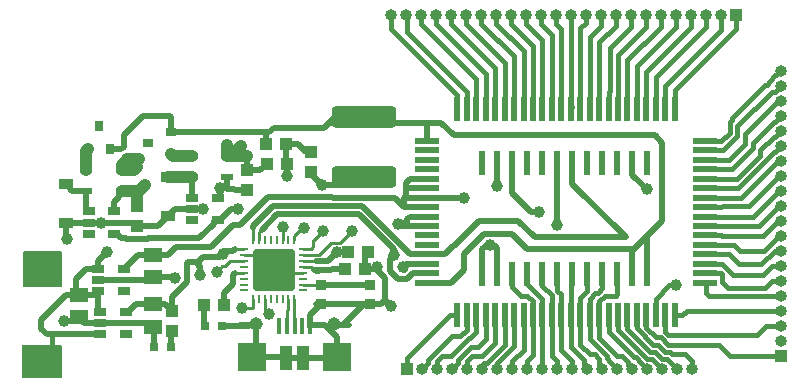
<source format=gbr>
G04 #@! TF.GenerationSoftware,KiCad,Pcbnew,9.0.1*
G04 #@! TF.CreationDate,2025-08-14T12:18:43-07:00*
G04 #@! TF.ProjectId,EL_PSU,454c5f50-5355-42e6-9b69-6361645f7063,rev?*
G04 #@! TF.SameCoordinates,Original*
G04 #@! TF.FileFunction,Copper,L1,Top*
G04 #@! TF.FilePolarity,Positive*
%FSLAX46Y46*%
G04 Gerber Fmt 4.6, Leading zero omitted, Abs format (unit mm)*
G04 Created by KiCad (PCBNEW 9.0.1) date 2025-08-14 12:18:43*
%MOMM*%
%LPD*%
G01*
G04 APERTURE LIST*
G04 Aperture macros list*
%AMRoundRect*
0 Rectangle with rounded corners*
0 $1 Rounding radius*
0 $2 $3 $4 $5 $6 $7 $8 $9 X,Y pos of 4 corners*
0 Add a 4 corners polygon primitive as box body*
4,1,4,$2,$3,$4,$5,$6,$7,$8,$9,$2,$3,0*
0 Add four circle primitives for the rounded corners*
1,1,$1+$1,$2,$3*
1,1,$1+$1,$4,$5*
1,1,$1+$1,$6,$7*
1,1,$1+$1,$8,$9*
0 Add four rect primitives between the rounded corners*
20,1,$1+$1,$2,$3,$4,$5,0*
20,1,$1+$1,$4,$5,$6,$7,0*
20,1,$1+$1,$6,$7,$8,$9,0*
20,1,$1+$1,$8,$9,$2,$3,0*%
G04 Aperture macros list end*
G04 #@! TA.AperFunction,SMDPad,CuDef*
%ADD10R,1.500000X1.240000*%
G04 #@! TD*
G04 #@! TA.AperFunction,SMDPad,CuDef*
%ADD11R,1.000000X2.000000*%
G04 #@! TD*
G04 #@! TA.AperFunction,SMDPad,CuDef*
%ADD12R,0.400000X1.350000*%
G04 #@! TD*
G04 #@! TA.AperFunction,ComponentPad*
%ADD13C,1.143000*%
G04 #@! TD*
G04 #@! TA.AperFunction,ComponentPad*
%ADD14R,2.413000X2.413000*%
G04 #@! TD*
G04 #@! TA.AperFunction,SMDPad,CuDef*
%ADD15R,0.900000X0.900000*%
G04 #@! TD*
G04 #@! TA.AperFunction,SMDPad,CuDef*
%ADD16R,0.250000X0.800000*%
G04 #@! TD*
G04 #@! TA.AperFunction,SMDPad,CuDef*
%ADD17R,0.800000X0.250000*%
G04 #@! TD*
G04 #@! TA.AperFunction,SMDPad,CuDef*
%ADD18RoundRect,0.175000X-1.575000X1.575000X-1.575000X-1.575000X1.575000X-1.575000X1.575000X1.575000X0*%
G04 #@! TD*
G04 #@! TA.AperFunction,SMDPad,CuDef*
%ADD19R,1.075000X1.000000*%
G04 #@! TD*
G04 #@! TA.AperFunction,SMDPad,CuDef*
%ADD20R,0.800000X0.800000*%
G04 #@! TD*
G04 #@! TA.AperFunction,SMDPad,CuDef*
%ADD21R,1.000000X1.075000*%
G04 #@! TD*
G04 #@! TA.AperFunction,SMDPad,CuDef*
%ADD22R,1.060000X0.650000*%
G04 #@! TD*
G04 #@! TA.AperFunction,SMDPad,CuDef*
%ADD23R,1.200000X0.900000*%
G04 #@! TD*
G04 #@! TA.AperFunction,SMDPad,CuDef*
%ADD24R,1.000000X0.550000*%
G04 #@! TD*
G04 #@! TA.AperFunction,SMDPad,CuDef*
%ADD25RoundRect,0.250000X2.450000X-0.650000X2.450000X0.650000X-2.450000X0.650000X-2.450000X-0.650000X0*%
G04 #@! TD*
G04 #@! TA.AperFunction,SMDPad,CuDef*
%ADD26R,0.600000X2.000000*%
G04 #@! TD*
G04 #@! TA.AperFunction,SMDPad,CuDef*
%ADD27R,0.900000X0.800000*%
G04 #@! TD*
G04 #@! TA.AperFunction,SMDPad,CuDef*
%ADD28R,0.800000X0.900000*%
G04 #@! TD*
G04 #@! TA.AperFunction,ComponentPad*
%ADD29R,1.000000X1.000000*%
G04 #@! TD*
G04 #@! TA.AperFunction,ComponentPad*
%ADD30O,1.000000X1.000000*%
G04 #@! TD*
G04 #@! TA.AperFunction,SMDPad,CuDef*
%ADD31R,0.500000X2.000000*%
G04 #@! TD*
G04 #@! TA.AperFunction,SMDPad,CuDef*
%ADD32R,2.000000X0.500000*%
G04 #@! TD*
G04 #@! TA.AperFunction,SMDPad,CuDef*
%ADD33C,1.000000*%
G04 #@! TD*
G04 #@! TA.AperFunction,ViaPad*
%ADD34C,1.000000*%
G04 #@! TD*
G04 #@! TA.AperFunction,Conductor*
%ADD35C,1.000000*%
G04 #@! TD*
G04 #@! TA.AperFunction,Conductor*
%ADD36C,0.500000*%
G04 #@! TD*
G04 #@! TA.AperFunction,Conductor*
%ADD37C,0.250000*%
G04 #@! TD*
G04 #@! TA.AperFunction,Conductor*
%ADD38C,0.400000*%
G04 #@! TD*
G04 APERTURE END LIST*
D10*
X132200000Y-99650000D03*
X132200000Y-101550000D03*
X125857000Y-98850000D03*
X125857000Y-100750000D03*
D11*
X143395000Y-104235000D03*
X144895000Y-104235000D03*
D12*
X144145000Y-101460000D03*
X143495000Y-101460000D03*
X145445000Y-101460000D03*
X144795000Y-101460000D03*
D13*
X140845000Y-101335000D03*
X147445000Y-101335000D03*
D14*
X140545000Y-104135000D03*
X147745000Y-104135000D03*
D12*
X142845000Y-101460000D03*
D15*
X150513000Y-98000000D03*
X146413000Y-98000000D03*
X150513000Y-99600000D03*
X146413000Y-99600000D03*
D16*
X144131000Y-94227000D03*
X143631000Y-94227000D03*
X143131000Y-94227000D03*
X142631000Y-94227000D03*
X142131000Y-94227000D03*
X141631000Y-94227000D03*
X141131000Y-94227000D03*
X140631000Y-94227000D03*
D17*
X139881000Y-94977000D03*
X139881000Y-95477000D03*
X139881000Y-95977000D03*
X139881000Y-96477000D03*
X139881000Y-96977000D03*
X139881000Y-97477000D03*
X139881000Y-97977000D03*
X139881000Y-98477000D03*
D16*
X140631000Y-99227000D03*
X141131000Y-99227000D03*
X141631000Y-99227000D03*
X142131000Y-99227000D03*
X142631000Y-99227000D03*
X143131000Y-99227000D03*
X143631000Y-99227000D03*
X144131000Y-99227000D03*
D17*
X144881000Y-98477000D03*
X144881000Y-97977000D03*
X144881000Y-97477000D03*
X144881000Y-96977000D03*
X144881000Y-96477000D03*
X144881000Y-95977000D03*
X144881000Y-95477000D03*
X144881000Y-94977000D03*
D18*
X142381000Y-96727000D03*
D19*
X148375000Y-96647000D03*
X150075000Y-96647000D03*
D20*
X136525000Y-101473000D03*
X138025000Y-101473000D03*
D19*
X136437000Y-99695000D03*
X138137000Y-99695000D03*
D21*
X133731000Y-101942000D03*
X133731000Y-100242000D03*
D22*
X135425000Y-90617000D03*
X135425000Y-91567000D03*
X135425000Y-92517000D03*
X137625000Y-92517000D03*
X137625000Y-90617000D03*
D23*
X133450000Y-92150000D03*
X133450000Y-88850000D03*
D24*
X135450000Y-88875000D03*
X135450000Y-87125000D03*
X138450000Y-87125000D03*
X138450000Y-88875000D03*
D25*
X149987000Y-88910000D03*
X149987000Y-83810000D03*
D21*
X140081000Y-88304000D03*
X140081000Y-90004000D03*
D19*
X143471000Y-87757000D03*
X141771000Y-87757000D03*
X143400000Y-86106000D03*
X141700000Y-86106000D03*
D21*
X145542000Y-88480000D03*
X145542000Y-86780000D03*
D10*
X132200000Y-95450000D03*
X132200000Y-97350000D03*
D26*
X174012871Y-87683492D03*
X172742871Y-87683492D03*
X171472871Y-87683492D03*
X170202871Y-87683492D03*
X168932871Y-87683492D03*
X167662871Y-87683492D03*
X166392871Y-87683492D03*
X165122871Y-87683492D03*
X163852871Y-87683492D03*
X162582871Y-87683492D03*
X161312871Y-87683492D03*
X160042871Y-87683492D03*
X160042871Y-97083492D03*
X161312871Y-97083492D03*
X162582871Y-97083492D03*
X163852871Y-97083492D03*
X165122871Y-97083492D03*
X166392871Y-97083492D03*
X167662871Y-97083492D03*
X168932871Y-97083492D03*
X170202871Y-97083492D03*
X171472871Y-97083492D03*
X172742871Y-97083492D03*
X174012871Y-97083492D03*
D22*
X127650000Y-100300000D03*
X127650000Y-101250000D03*
X127650000Y-102200000D03*
X129850000Y-102200000D03*
X129850000Y-100300000D03*
X127500000Y-96650000D03*
X127500000Y-97600000D03*
X127500000Y-98550000D03*
X129700000Y-98550000D03*
X129700000Y-96650000D03*
D27*
X133700000Y-86950000D03*
X133700000Y-85050000D03*
X131700000Y-86000000D03*
D21*
X130810000Y-93052000D03*
X130810000Y-91352000D03*
D23*
X124800000Y-92790000D03*
X124800000Y-89490000D03*
D28*
X126650000Y-86540000D03*
X128550000Y-86540000D03*
X127600000Y-84540000D03*
D24*
X126500000Y-90015000D03*
X126500000Y-88265000D03*
X129500000Y-88265000D03*
X129500000Y-90015000D03*
D22*
X126700000Y-91790000D03*
X126700000Y-92740000D03*
X126700000Y-93690000D03*
X128900000Y-93690000D03*
X128900000Y-91790000D03*
D20*
X133719000Y-103251000D03*
X132219000Y-103251000D03*
D19*
X148629000Y-95250000D03*
X150329000Y-95250000D03*
D29*
X185293000Y-104013000D03*
D30*
X185293000Y-102743000D03*
X185293000Y-101473000D03*
X185293000Y-100203000D03*
X185293000Y-98933000D03*
X185293000Y-97663000D03*
X185293000Y-96393000D03*
X185293000Y-95123000D03*
X185293000Y-93853000D03*
X185293000Y-92583000D03*
X185293000Y-91313000D03*
X185293000Y-90043000D03*
X185293000Y-88773000D03*
X185293000Y-87503000D03*
X185293000Y-86233000D03*
X185293000Y-84963000D03*
X185293000Y-83693000D03*
X185293000Y-82423000D03*
X185293000Y-81153000D03*
X185293000Y-79883000D03*
D29*
X153670000Y-105156000D03*
D30*
X154940000Y-105156000D03*
X156210000Y-105156000D03*
X157480000Y-105156000D03*
X158750000Y-105156000D03*
X160020000Y-105156000D03*
X161290000Y-105156000D03*
X162560000Y-105156000D03*
X163830000Y-105156000D03*
X165100000Y-105156000D03*
X166370000Y-105156000D03*
X167640000Y-105156000D03*
X168910000Y-105156000D03*
X170180000Y-105156000D03*
X171450000Y-105156000D03*
X172720000Y-105156000D03*
X173990000Y-105156000D03*
X175260000Y-105156000D03*
X176530000Y-105156000D03*
X177800000Y-105156000D03*
D31*
X176332000Y-83071000D03*
X175532000Y-83071000D03*
X174732000Y-83071000D03*
X173932000Y-83071000D03*
X173132000Y-83071000D03*
X172332000Y-83071000D03*
X171532000Y-83071000D03*
X170732000Y-83071000D03*
X169932000Y-83071000D03*
X169132000Y-83071000D03*
X168332000Y-83071000D03*
X167532000Y-83071000D03*
X166732000Y-83071000D03*
X165932000Y-83071000D03*
X165132000Y-83071000D03*
X164332000Y-83071000D03*
X163532000Y-83071000D03*
X162732000Y-83071000D03*
X161932000Y-83071000D03*
X161132000Y-83071000D03*
X160332000Y-83071000D03*
X159532000Y-83071000D03*
X158732000Y-83071000D03*
X157932000Y-83071000D03*
D32*
X155382000Y-85821000D03*
X155382000Y-86621000D03*
X155382000Y-87421000D03*
X155382000Y-88221000D03*
X155382000Y-89021000D03*
X155382000Y-89821000D03*
X155382000Y-90621000D03*
X155382000Y-91421000D03*
X155382000Y-92221000D03*
X155382000Y-93021000D03*
X155382000Y-93821000D03*
X155382000Y-94621000D03*
X155382000Y-95421000D03*
X155382000Y-96221000D03*
X155382000Y-97021000D03*
X155382000Y-97821000D03*
D31*
X157932000Y-100571000D03*
X158732000Y-100571000D03*
X159532000Y-100571000D03*
X160332000Y-100571000D03*
X161132000Y-100571000D03*
X161932000Y-100571000D03*
X162732000Y-100571000D03*
X163532000Y-100571000D03*
X164332000Y-100571000D03*
X165132000Y-100571000D03*
X165932000Y-100571000D03*
X166732000Y-100571000D03*
X167532000Y-100571000D03*
X168332000Y-100571000D03*
X169132000Y-100571000D03*
X169932000Y-100571000D03*
X170732000Y-100571000D03*
X171532000Y-100571000D03*
X172332000Y-100571000D03*
X173132000Y-100571000D03*
X173932000Y-100571000D03*
X174732000Y-100571000D03*
X175532000Y-100571000D03*
X176332000Y-100571000D03*
D32*
X178882000Y-97821000D03*
X178882000Y-97021000D03*
X178882000Y-96221000D03*
X178882000Y-95421000D03*
X178882000Y-94621000D03*
X178882000Y-93821000D03*
X178882000Y-93021000D03*
X178882000Y-92221000D03*
X178882000Y-91421000D03*
X178882000Y-90621000D03*
X178882000Y-89821000D03*
X178882000Y-89021000D03*
X178882000Y-88221000D03*
X178882000Y-87421000D03*
X178882000Y-86621000D03*
X178882000Y-85821000D03*
D29*
X181500000Y-75184000D03*
D30*
X180230000Y-75184000D03*
X178960000Y-75184000D03*
X177690000Y-75184000D03*
X176420000Y-75184000D03*
X175150000Y-75184000D03*
X173880000Y-75184000D03*
X172610000Y-75184000D03*
X171340000Y-75184000D03*
X170070000Y-75184000D03*
X168800000Y-75184000D03*
X167530000Y-75184000D03*
X166260000Y-75184000D03*
X164990000Y-75184000D03*
X163720000Y-75184000D03*
X162450000Y-75184000D03*
X161180000Y-75184000D03*
X159910000Y-75184000D03*
X158640000Y-75184000D03*
X157370000Y-75184000D03*
X156100000Y-75184000D03*
X154830000Y-75184000D03*
X153560000Y-75184000D03*
X152290000Y-75184000D03*
D33*
X148971000Y-93472000D03*
X146558000Y-93472000D03*
X152273000Y-99822000D03*
X136144000Y-97155000D03*
D34*
X161290000Y-89662000D03*
X124841000Y-94107000D03*
X151130004Y-96520000D03*
X124587000Y-101092000D03*
X146431000Y-89535000D03*
X123825000Y-95758000D03*
X127762000Y-92740000D03*
X133980887Y-97404887D03*
X160655000Y-94615000D03*
X140081000Y-87121996D03*
X130809994Y-88011000D03*
X136398000Y-91567000D03*
X152908000Y-92837000D03*
X142381000Y-96676991D03*
X138049000Y-95372989D03*
X147701000Y-95250000D03*
X141986000Y-100456994D03*
X153289000Y-96520000D03*
X137541006Y-96901000D03*
X166370000Y-92964000D03*
X152527000Y-95504000D03*
X164846000Y-91821000D03*
X144907000Y-93218000D03*
X143510000Y-88773000D03*
X143129000Y-93091000D03*
X139700000Y-99948999D03*
X139319000Y-91567000D03*
X173990000Y-89916000D03*
X158496000Y-90678000D03*
X128270000Y-95250000D03*
X137795000Y-89789000D03*
X123571000Y-104267000D03*
X131444998Y-89535000D03*
X176403000Y-98044000D03*
D35*
X129843507Y-87490010D02*
X129957517Y-87376000D01*
D36*
X150075000Y-96647000D02*
X150075000Y-95504000D01*
X132548000Y-93052000D02*
X133450000Y-92150000D01*
X135425000Y-91567000D02*
X134033000Y-91567000D01*
D35*
X138450000Y-87125000D02*
X140077996Y-87125000D01*
D36*
X131950000Y-97600000D02*
X132200000Y-97350000D01*
X161312871Y-87683492D02*
X161312871Y-89639129D01*
X148350000Y-101300000D02*
X150050000Y-99600000D01*
D37*
X139881000Y-95477000D02*
X141181009Y-95477000D01*
D36*
X151765000Y-97409000D02*
X151130004Y-96774004D01*
X150050000Y-99600000D02*
X151479000Y-99600000D01*
X145931001Y-89035001D02*
X146431000Y-89535000D01*
X142950000Y-104100000D02*
X143050000Y-104200000D01*
X125515000Y-101092000D02*
X125857000Y-100750000D01*
X130810000Y-93052000D02*
X132548000Y-93052000D01*
X150251000Y-89535000D02*
X147138106Y-89535000D01*
X145481000Y-101552000D02*
X145481000Y-100577000D01*
X151765000Y-99314000D02*
X152273000Y-99822000D01*
X124800000Y-94066000D02*
X124841000Y-94107000D01*
X145542000Y-88646000D02*
X145931001Y-89035001D01*
X151765000Y-99314000D02*
X151765000Y-97409000D01*
X127650000Y-101250000D02*
X131900000Y-101250000D01*
X161036000Y-94615000D02*
X160655000Y-94615000D01*
D35*
X138450000Y-86126000D02*
X138450000Y-87125000D01*
X138681000Y-87125000D02*
X139573000Y-86233000D01*
D36*
X153016000Y-92729000D02*
X152908000Y-92837000D01*
X161312871Y-94891871D02*
X161312871Y-97083492D01*
X135425000Y-91567000D02*
X136398000Y-91567000D01*
X151479000Y-99600000D02*
X151765000Y-99314000D01*
X147745000Y-102428500D02*
X147745000Y-104135000D01*
D35*
X129500000Y-87833517D02*
X129843507Y-87490010D01*
X129500000Y-88265000D02*
X130555994Y-88265000D01*
D36*
X132219000Y-103251000D02*
X132219000Y-101569000D01*
X155382000Y-93021000D02*
X153092000Y-93021000D01*
X153615106Y-92837000D02*
X152908000Y-92837000D01*
D35*
X129500000Y-88265000D02*
X129500000Y-87833517D01*
D36*
X153689000Y-92729000D02*
X153016000Y-92729000D01*
X134033000Y-91567000D02*
X133450000Y-92150000D01*
X124800000Y-92790000D02*
X124800000Y-94066000D01*
D37*
X141881001Y-96176992D02*
X142381000Y-96676991D01*
D36*
X160042871Y-94973129D02*
X160401000Y-94615000D01*
X124587000Y-101092000D02*
X125515000Y-101092000D01*
X140845000Y-101335000D02*
X140845000Y-103835000D01*
X138025000Y-101473000D02*
X140327000Y-101473000D01*
X147445000Y-101335000D02*
X147445000Y-101370500D01*
D37*
X144881000Y-96977000D02*
X142681009Y-96977000D01*
D36*
X160401000Y-94615000D02*
X160655000Y-94615000D01*
X133926000Y-97350000D02*
X133980887Y-97404887D01*
X126357000Y-101250000D02*
X125857000Y-100750000D01*
X127500000Y-97600000D02*
X131950000Y-97600000D01*
D37*
X142681009Y-96977000D02*
X142381000Y-96676991D01*
D36*
X145445000Y-101460000D02*
X145470001Y-101434999D01*
D37*
X141181009Y-95477000D02*
X141881001Y-96176992D01*
D36*
X151003004Y-96647000D02*
X151130004Y-96520000D01*
X153670000Y-92456000D02*
X153670000Y-92782106D01*
X127762000Y-92740000D02*
X130498000Y-92740000D01*
X126650000Y-92790000D02*
X126700000Y-92740000D01*
D35*
X138450000Y-87125000D02*
X138681000Y-87125000D01*
D36*
X124745000Y-101250000D02*
X124587000Y-101092000D01*
X144550000Y-104200000D02*
X147300000Y-104200000D01*
X150075000Y-96647000D02*
X151003004Y-96647000D01*
X153092000Y-93021000D02*
X152908000Y-92837000D01*
X140708000Y-101600000D02*
X140881000Y-101427000D01*
X140881000Y-101427000D02*
X139527000Y-101427000D01*
X147300000Y-104200000D02*
X147400000Y-104100000D01*
X132219000Y-101569000D02*
X132200000Y-101550000D01*
X140845000Y-103835000D02*
X140545000Y-104135000D01*
X145542000Y-88480000D02*
X145542000Y-88646000D01*
X147138106Y-89535000D02*
X146431000Y-89535000D01*
X130498000Y-92740000D02*
X130810000Y-93052000D01*
X147445000Y-101370500D02*
X147066000Y-101749500D01*
X145470001Y-101434999D02*
X146751499Y-101434999D01*
X143050000Y-104200000D02*
X144550000Y-104200000D01*
X124800000Y-92790000D02*
X126650000Y-92790000D01*
X127650000Y-101250000D02*
X126357000Y-101250000D01*
X160042871Y-97083492D02*
X160042871Y-94973129D01*
X145481000Y-100577000D02*
X146331000Y-99727000D01*
X140081000Y-88304000D02*
X140081000Y-87121996D01*
X150368000Y-89418000D02*
X150251000Y-89535000D01*
X146751499Y-101434999D02*
X147066000Y-101749500D01*
X145950000Y-99600000D02*
X150050000Y-99600000D01*
X151130004Y-96774004D02*
X151130004Y-96520000D01*
X140081000Y-88304000D02*
X141224000Y-88304000D01*
X153905000Y-92221000D02*
X153670000Y-92456000D01*
X147481000Y-101427000D02*
X148731000Y-101427000D01*
X161036000Y-94615000D02*
X161312871Y-94891871D01*
D35*
X129957517Y-87376000D02*
X130937000Y-87376000D01*
D36*
X155382000Y-92221000D02*
X153905000Y-92221000D01*
X140200000Y-104100000D02*
X142950000Y-104100000D01*
X161312871Y-89639129D02*
X161290000Y-89662000D01*
X147066000Y-101749500D02*
X147745000Y-102428500D01*
D35*
X130555994Y-88265000D02*
X130809994Y-88011000D01*
D36*
X131900000Y-101250000D02*
X132200000Y-101550000D01*
X153670000Y-92782106D02*
X153615106Y-92837000D01*
X126700000Y-92740000D02*
X127762000Y-92740000D01*
X132200000Y-97350000D02*
X133926000Y-97350000D01*
X141224000Y-88304000D02*
X141771000Y-87757000D01*
X150075000Y-95504000D02*
X150329000Y-95250000D01*
D35*
X140077996Y-87125000D02*
X140081000Y-87121996D01*
D36*
X147337500Y-96647000D02*
X148375000Y-96647000D01*
D37*
X145998812Y-96901000D02*
X146177000Y-96901000D01*
D36*
X147210500Y-96774000D02*
X147337500Y-96647000D01*
D37*
X144881000Y-96477000D02*
X145574812Y-96477000D01*
X145574812Y-96477000D02*
X145998812Y-96901000D01*
D36*
X145796000Y-96774000D02*
X147210500Y-96774000D01*
X136144000Y-97155000D02*
X136144000Y-96447894D01*
X135001000Y-96194000D02*
X135001000Y-97799002D01*
X138049000Y-95372989D02*
X137790989Y-95631000D01*
X147201001Y-95749999D02*
X147701000Y-95250000D01*
D37*
X139084000Y-94977000D02*
X139065000Y-94996000D01*
D36*
X138938000Y-95123000D02*
X138049000Y-95123000D01*
X146939000Y-96012000D02*
X147201001Y-95749999D01*
X133731000Y-99069002D02*
X133731000Y-100242000D01*
X135978000Y-96281894D02*
X135978000Y-96051000D01*
X130728000Y-99650000D02*
X132200000Y-99650000D01*
X135978000Y-96051000D02*
X135144000Y-96051000D01*
X132200000Y-99650000D02*
X133139000Y-99650000D01*
X138049000Y-95123000D02*
X138049000Y-95372989D01*
D37*
X139881000Y-94977000D02*
X139084000Y-94977000D01*
D36*
X129850000Y-100300000D02*
X130078000Y-100300000D01*
X137790989Y-95631000D02*
X136398000Y-95631000D01*
X133139000Y-99650000D02*
X133731000Y-100242000D01*
X139065000Y-94996000D02*
X138938000Y-95123000D01*
X136144000Y-96447894D02*
X135978000Y-96281894D01*
X147701000Y-95250000D02*
X148629000Y-95250000D01*
X136398000Y-95631000D02*
X135978000Y-96051000D01*
X145923000Y-96012000D02*
X146939000Y-96012000D01*
X135001000Y-97799002D02*
X133731000Y-99069002D01*
D37*
X144881000Y-95977000D02*
X145888000Y-95977000D01*
D36*
X135144000Y-96051000D02*
X135001000Y-96194000D01*
D37*
X145888000Y-95977000D02*
X145923000Y-96012000D01*
D36*
X130078000Y-100300000D02*
X130728000Y-99650000D01*
D37*
X144131000Y-101446000D02*
X144145000Y-101460000D01*
X144131000Y-99227000D02*
X144131000Y-101446000D01*
X143495000Y-100218000D02*
X143495000Y-101460000D01*
X143631000Y-100082000D02*
X143495000Y-100218000D01*
X143631000Y-99227000D02*
X143631000Y-100082000D01*
X146331000Y-98127000D02*
X146181000Y-97977000D01*
X146181000Y-97977000D02*
X144881000Y-97977000D01*
D36*
X146413000Y-98000000D02*
X150513000Y-98000000D01*
D35*
X133450000Y-88850000D02*
X135425000Y-88850000D01*
D36*
X135450000Y-88875000D02*
X135450000Y-90592000D01*
X135450000Y-88875000D02*
X135382000Y-88943000D01*
X135450000Y-90592000D02*
X135425000Y-90617000D01*
D35*
X135425000Y-88850000D02*
X135450000Y-88875000D01*
D36*
X126500000Y-90015000D02*
X126500000Y-91590000D01*
X126500000Y-90015000D02*
X125325000Y-90015000D01*
X126500000Y-91590000D02*
X126700000Y-91790000D01*
X125325000Y-90015000D02*
X124800000Y-89490000D01*
D37*
X145669000Y-94839000D02*
X145669000Y-94234000D01*
X145796000Y-94234000D02*
X146558000Y-93472000D01*
X144881000Y-94977000D02*
X145531000Y-94977000D01*
X145669000Y-94234000D02*
X145796000Y-94234000D01*
X145531000Y-94977000D02*
X145669000Y-94839000D01*
X144881000Y-95477000D02*
X145667410Y-95477000D01*
X148018001Y-94424999D02*
X148971000Y-93472000D01*
X146244010Y-95436990D02*
X145707420Y-95436990D01*
X148018001Y-94424999D02*
X147256001Y-94424999D01*
X145707420Y-95436990D02*
X145667410Y-95477000D01*
X147256001Y-94424999D02*
X146244010Y-95436990D01*
X141631000Y-99227000D02*
X141631000Y-100101994D01*
X141631000Y-100101994D02*
X141986000Y-100456994D01*
D36*
X138922002Y-97170998D02*
X138922002Y-97909998D01*
X138922002Y-97909998D02*
X138137000Y-98695000D01*
X138137000Y-98695000D02*
X138137000Y-99695000D01*
D37*
X139881000Y-96977000D02*
X139116000Y-96977000D01*
D36*
X139116000Y-96977000D02*
X138922002Y-97170998D01*
X166370000Y-92964000D02*
X166370000Y-92256894D01*
D37*
X139881000Y-95977000D02*
X138719000Y-95977000D01*
D36*
X153498000Y-96729000D02*
X153289000Y-96520000D01*
X155382000Y-96221000D02*
X153588000Y-96221000D01*
X166392871Y-92234023D02*
X166392871Y-87683492D01*
D37*
X138294999Y-96401001D02*
X138041005Y-96401001D01*
X138041005Y-96401001D02*
X137541006Y-96901000D01*
D36*
X153588000Y-96221000D02*
X153289000Y-96520000D01*
X166370000Y-92256894D02*
X166392871Y-92234023D01*
D37*
X138719000Y-95977000D02*
X138294999Y-96401001D01*
D36*
X157607000Y-94742000D02*
X159766000Y-92583000D01*
X157561000Y-94742000D02*
X157607000Y-94742000D01*
X147084090Y-91341021D02*
X149861986Y-91341021D01*
X147041059Y-91297990D02*
X147084090Y-91341021D01*
X153941965Y-95421000D02*
X155382000Y-95421000D01*
X164473001Y-93988001D02*
X172220001Y-93988001D01*
X149861986Y-91341021D02*
X153941965Y-95421000D01*
X156882000Y-95421000D02*
X157561000Y-94742000D01*
D37*
X140589000Y-93535000D02*
X140589000Y-93218000D01*
D36*
X167662871Y-89430871D02*
X167662871Y-87683492D01*
X140589000Y-93008674D02*
X142299684Y-91297990D01*
X155382000Y-95421000D02*
X156882000Y-95421000D01*
X140589000Y-93218000D02*
X140589000Y-93008674D01*
X159766000Y-92583000D02*
X163068000Y-92583000D01*
X172220001Y-93988001D02*
X167662871Y-89430871D01*
D37*
X140631000Y-93577000D02*
X140589000Y-93535000D01*
D36*
X142299684Y-91297990D02*
X147041059Y-91297990D01*
X163068000Y-92583000D02*
X164473001Y-93988001D01*
D37*
X140631000Y-94227000D02*
X140631000Y-93577000D01*
D36*
X152891998Y-97529000D02*
X153687962Y-97529000D01*
X149572032Y-92041032D02*
X152527000Y-94996000D01*
X152527000Y-95504000D02*
X152207002Y-95823998D01*
X153687962Y-97529000D02*
X154195962Y-97021000D01*
X154195962Y-97021000D02*
X155382000Y-97021000D01*
X146794136Y-92041032D02*
X149572032Y-92041032D01*
X152207002Y-95823998D02*
X152207002Y-96844004D01*
X164138894Y-91821000D02*
X162582871Y-90264977D01*
X141351000Y-93345000D02*
X142697999Y-91998001D01*
D37*
X141131000Y-93565000D02*
X141351000Y-93345000D01*
D36*
X142697999Y-91998001D02*
X146751105Y-91998001D01*
X162582871Y-89183492D02*
X162582871Y-87683492D01*
X152527000Y-94996000D02*
X152527000Y-95504000D01*
X164846000Y-91821000D02*
X164138894Y-91821000D01*
X152207002Y-96844004D02*
X152891998Y-97529000D01*
X146751105Y-91998001D02*
X146794136Y-92041032D01*
D37*
X141131000Y-94227000D02*
X141131000Y-93565000D01*
D36*
X162582871Y-90264977D02*
X162582871Y-89183492D01*
D37*
X144780000Y-93218000D02*
X144907000Y-93218000D01*
X144131000Y-93867000D02*
X144780000Y-93218000D01*
X144131000Y-94227000D02*
X144131000Y-93867000D01*
X143131000Y-93093000D02*
X143129000Y-93091000D01*
D36*
X144653000Y-86321500D02*
X144437500Y-86106000D01*
X144653000Y-86360000D02*
X144653000Y-86321500D01*
X145073000Y-86780000D02*
X144653000Y-86360000D01*
X143510000Y-88392000D02*
X143510000Y-87796000D01*
X143400000Y-87686000D02*
X143471000Y-87757000D01*
X143510000Y-87796000D02*
X143471000Y-87757000D01*
X145542000Y-86780000D02*
X145073000Y-86780000D01*
X143400000Y-86106000D02*
X143400000Y-87686000D01*
D37*
X143131000Y-94227000D02*
X143131000Y-93093000D01*
D36*
X144437500Y-86106000D02*
X143400000Y-86106000D01*
X133719000Y-101954000D02*
X133731000Y-101942000D01*
X133719000Y-103251000D02*
X133719000Y-101954000D01*
X136437000Y-99695000D02*
X136437000Y-101385000D01*
X136437000Y-101385000D02*
X136525000Y-101473000D01*
X137287000Y-92650000D02*
X137420000Y-92517000D01*
X131710001Y-94089501D02*
X131760001Y-94039501D01*
X131760001Y-94039501D02*
X136084499Y-94039501D01*
D37*
X140631000Y-99227000D02*
X140631000Y-99907000D01*
D36*
X137830000Y-92517000D02*
X138780000Y-91567000D01*
X129454501Y-94039501D02*
X129859999Y-94039501D01*
X138780000Y-91567000D02*
X139319000Y-91567000D01*
X137625000Y-92517000D02*
X137830000Y-92517000D01*
D37*
X140589000Y-99949000D02*
X139700001Y-99949000D01*
D36*
X129859999Y-94039501D02*
X129909999Y-94089501D01*
D37*
X140631000Y-99907000D02*
X140589000Y-99949000D01*
D36*
X139381000Y-91505000D02*
X139319000Y-91567000D01*
D37*
X139700001Y-99949000D02*
X139700000Y-99948999D01*
D36*
X129105000Y-93690000D02*
X129454501Y-94039501D01*
X136084499Y-94039501D02*
X137287000Y-92837000D01*
X137420000Y-92517000D02*
X137625000Y-92517000D01*
X129909999Y-94089501D02*
X131710001Y-94089501D01*
X128900000Y-93690000D02*
X129105000Y-93690000D01*
X137287000Y-92837000D02*
X137287000Y-92650000D01*
X157404002Y-97821000D02*
X155382000Y-97821000D01*
X158496000Y-96729002D02*
X158496000Y-95367998D01*
X175260000Y-85979000D02*
X174625000Y-85344000D01*
X134650000Y-85050000D02*
X134690000Y-85090000D01*
X158496000Y-96729002D02*
X157404002Y-97821000D01*
X131318000Y-83693000D02*
X133604000Y-83693000D01*
X156581000Y-84318000D02*
X155321000Y-84318000D01*
X149987000Y-83810000D02*
X149977000Y-83820000D01*
X141700000Y-85106000D02*
X141700000Y-86106000D01*
X155382000Y-85821000D02*
X155382000Y-84379000D01*
X141986000Y-85090000D02*
X141684000Y-85090000D01*
X174625000Y-85344000D02*
X157607000Y-85344000D01*
X133700000Y-85050000D02*
X134650000Y-85050000D01*
X149977000Y-83820000D02*
X147548000Y-83820000D01*
X129667000Y-85344000D02*
X131318000Y-83693000D01*
X142367000Y-84709000D02*
X141986000Y-85090000D01*
X155321000Y-84318000D02*
X147050000Y-84318000D01*
X172742871Y-95145871D02*
X172742871Y-97083492D01*
X133700000Y-83789000D02*
X133700000Y-85050000D01*
X175260000Y-92628742D02*
X175260000Y-85979000D01*
X147548000Y-83820000D02*
X147050000Y-84318000D01*
X173990000Y-93898742D02*
X172742871Y-95145871D01*
X155382000Y-84379000D02*
X155321000Y-84318000D01*
X133604000Y-83693000D02*
X133700000Y-83789000D01*
X172593000Y-94996000D02*
X172742871Y-95145871D01*
X162525037Y-93664999D02*
X163856038Y-94996000D01*
X147050000Y-84318000D02*
X146659000Y-84709000D01*
X128550000Y-86540000D02*
X129450000Y-86540000D01*
X129667000Y-86323000D02*
X129667000Y-85344000D01*
X173990000Y-93898742D02*
X175260000Y-92628742D01*
X157607000Y-85344000D02*
X156581000Y-84318000D01*
X174012871Y-97083492D02*
X174012871Y-93921613D01*
X158496000Y-95367998D02*
X160198999Y-93664999D01*
X163856038Y-94996000D02*
X172593000Y-94996000D01*
X146659000Y-84709000D02*
X142367000Y-84709000D01*
X141684000Y-85090000D02*
X141700000Y-85106000D01*
X174012871Y-93921613D02*
X173990000Y-93898742D01*
X160198999Y-93664999D02*
X162525037Y-93664999D01*
X134690000Y-85090000D02*
X141684000Y-85090000D01*
X129450000Y-86540000D02*
X129667000Y-86323000D01*
D35*
X135450000Y-87125000D02*
X133875000Y-87125000D01*
D36*
X135275000Y-86950000D02*
X135450000Y-87125000D01*
D35*
X133875000Y-87125000D02*
X133700000Y-86950000D01*
D36*
X129700000Y-96650000D02*
X130900000Y-95450000D01*
X153416000Y-90678000D02*
X153543000Y-90551000D01*
X153882000Y-89021000D02*
X153543000Y-89360000D01*
X152617010Y-90641010D02*
X153416000Y-91440000D01*
X153543000Y-89789000D02*
X153543000Y-90551000D01*
X147331013Y-90597979D02*
X147374044Y-90641010D01*
X172742871Y-87683492D02*
X172742871Y-88668871D01*
X153435000Y-91421000D02*
X155382000Y-91421000D01*
X173863000Y-89789000D02*
X173990000Y-89916000D01*
X155382000Y-89821000D02*
X153882000Y-89821000D01*
X158439000Y-90621000D02*
X158496000Y-90678000D01*
X137098011Y-94803989D02*
X138938000Y-92964000D01*
X147374044Y-90641010D02*
X152617010Y-90641010D01*
X132200000Y-95450000D02*
X133450000Y-95450000D01*
X153543000Y-89360000D02*
X153543000Y-89789000D01*
X172742871Y-88668871D02*
X173990000Y-89916000D01*
X153882000Y-89821000D02*
X153850000Y-89789000D01*
X153416000Y-91440000D02*
X153416000Y-90678000D01*
X153416000Y-91440000D02*
X153435000Y-91421000D01*
X153850000Y-89789000D02*
X153543000Y-89789000D01*
X130900000Y-95450000D02*
X132200000Y-95450000D01*
X138938000Y-92964000D02*
X139529002Y-92964000D01*
X141895023Y-90597979D02*
X147331013Y-90597979D01*
X155382000Y-89021000D02*
X153882000Y-89021000D01*
X155382000Y-90621000D02*
X153613000Y-90621000D01*
X133450000Y-95450000D02*
X134096011Y-94803989D01*
X155382000Y-90621000D02*
X158439000Y-90621000D01*
X153613000Y-90621000D02*
X153543000Y-90551000D01*
X134096011Y-94803989D02*
X137098011Y-94803989D01*
X139529002Y-92964000D02*
X141895023Y-90597979D01*
D38*
X183642000Y-96266000D02*
X184785000Y-95123000D01*
X181737000Y-96266000D02*
X183642000Y-96266000D01*
X184785000Y-95123000D02*
X185293000Y-95123000D01*
X178882000Y-95421000D02*
X180892000Y-95421000D01*
X180892000Y-95421000D02*
X181737000Y-96266000D01*
X184793001Y-86732999D02*
X185293000Y-86233000D01*
X181673629Y-89821000D02*
X184761630Y-86732999D01*
X178882000Y-89821000D02*
X181673629Y-89821000D01*
X184761630Y-86732999D02*
X184793001Y-86732999D01*
X180330542Y-96221000D02*
X181264542Y-97155000D01*
X184585894Y-96393000D02*
X185293000Y-96393000D01*
X183823894Y-97155000D02*
X184585894Y-96393000D01*
X178882000Y-96221000D02*
X180330542Y-96221000D01*
X181264542Y-97155000D02*
X183823894Y-97155000D01*
X181864000Y-95123000D02*
X183896000Y-95123000D01*
X185166000Y-93853000D02*
X185293000Y-93853000D01*
X181362000Y-94621000D02*
X181864000Y-95123000D01*
X178882000Y-94621000D02*
X181362000Y-94621000D01*
X183896000Y-95123000D02*
X185166000Y-93853000D01*
X173932000Y-100571000D02*
X173932000Y-101641828D01*
X175767605Y-103055977D02*
X176189065Y-103055977D01*
X173932000Y-101641828D02*
X174746142Y-102455970D01*
X180086000Y-103124000D02*
X180975000Y-104013000D01*
X176257088Y-103124000D02*
X180086000Y-103124000D01*
X174746142Y-102455970D02*
X175167600Y-102455972D01*
X180975000Y-104013000D02*
X185293000Y-104013000D01*
X175167600Y-102455972D02*
X175767605Y-103055977D01*
X176189065Y-103055977D02*
X176257088Y-103124000D01*
X184392999Y-80783001D02*
X184392999Y-80720999D01*
X181171980Y-84004020D02*
X181171981Y-83877019D01*
X183996010Y-81052990D02*
X184123010Y-81052990D01*
X181171981Y-83877019D02*
X183996010Y-81052990D01*
X184860999Y-80252999D02*
X184923001Y-80252999D01*
X184123010Y-81052990D02*
X184392999Y-80783001D01*
X180282000Y-85821000D02*
X180975000Y-85128000D01*
X178882000Y-85821000D02*
X180282000Y-85821000D01*
X180975000Y-84201000D02*
X181171980Y-84004020D01*
X184923001Y-80252999D02*
X185293000Y-79883000D01*
X184392999Y-80720999D02*
X184860999Y-80252999D01*
X180975000Y-85128000D02*
X180975000Y-84201000D01*
X182245000Y-85228002D02*
X185050002Y-82423000D01*
X182245000Y-86106000D02*
X182245000Y-85228002D01*
X178882000Y-87421000D02*
X180930000Y-87421000D01*
X185050002Y-82423000D02*
X185293000Y-82423000D01*
X180930000Y-87421000D02*
X182245000Y-86106000D01*
X181146000Y-88221000D02*
X182972011Y-86394989D01*
X184752541Y-84192999D02*
X184793001Y-84192999D01*
X182972011Y-85973529D02*
X184752541Y-84192999D01*
X178882000Y-88221000D02*
X181146000Y-88221000D01*
X184793001Y-84192999D02*
X185293000Y-83693000D01*
X182972011Y-86394989D02*
X182972011Y-85973529D01*
X180282000Y-91421000D02*
X180390000Y-91313000D01*
X182626000Y-91313000D02*
X185166000Y-88773000D01*
X180390000Y-91313000D02*
X182626000Y-91313000D01*
X178882000Y-91421000D02*
X180282000Y-91421000D01*
X185166000Y-88773000D02*
X185293000Y-88773000D01*
X175532000Y-101971000D02*
X175796000Y-102235000D01*
X184023000Y-101473000D02*
X185293000Y-101473000D01*
X183261000Y-102235000D02*
X184023000Y-101473000D01*
X175796000Y-102235000D02*
X183261000Y-102235000D01*
X175532000Y-100571000D02*
X175532000Y-101971000D01*
X176982000Y-100571000D02*
X177350000Y-100203000D01*
X183769000Y-100203000D02*
X185293000Y-100203000D01*
X176332000Y-100571000D02*
X176982000Y-100571000D01*
X177350000Y-100203000D02*
X183769000Y-100203000D01*
X184712086Y-85462999D02*
X184793001Y-85462999D01*
X184793001Y-85462999D02*
X185293000Y-84963000D01*
X183572022Y-87074064D02*
X183572022Y-86603063D01*
X178882000Y-89021000D02*
X181625086Y-89021000D01*
X181625086Y-89021000D02*
X183572022Y-87074064D01*
X183572022Y-86603063D02*
X184712086Y-85462999D01*
X180848000Y-98298000D02*
X183950894Y-98298000D01*
X183950894Y-98298000D02*
X184585894Y-97663000D01*
X180282000Y-97021000D02*
X180340000Y-97079000D01*
X178882000Y-97021000D02*
X180282000Y-97021000D01*
X184585894Y-97663000D02*
X185293000Y-97663000D01*
X180340000Y-97790000D02*
X180848000Y-98298000D01*
X180340000Y-97079000D02*
X180340000Y-97790000D01*
D36*
X125600000Y-98850000D02*
X124797000Y-98850000D01*
D38*
X123571000Y-103559894D02*
X123571000Y-102200000D01*
D36*
X129314000Y-90201000D02*
X129500000Y-90015000D01*
D38*
X123571000Y-104267000D02*
X123571000Y-103559894D01*
D36*
X138450000Y-88875000D02*
X138450000Y-89650000D01*
X128900000Y-91790000D02*
X128900000Y-90965000D01*
X129314000Y-90551000D02*
X129314000Y-90201000D01*
X125600000Y-98850000D02*
X127200000Y-98850000D01*
X138993000Y-89916000D02*
X138450000Y-89916000D01*
X137795000Y-90447000D02*
X137625000Y-90617000D01*
D35*
X130810000Y-90169998D02*
X130964998Y-90015000D01*
D36*
X138311000Y-89789000D02*
X137795000Y-89789000D01*
X127500000Y-96650000D02*
X127500000Y-96020000D01*
X125600000Y-97520000D02*
X125600000Y-97730000D01*
X137795000Y-89789000D02*
X137795000Y-90447000D01*
X124797000Y-98850000D02*
X122682000Y-100965000D01*
X122682000Y-100965000D02*
X122682000Y-101727000D01*
X123571000Y-102200000D02*
X124869998Y-102200000D01*
X128900000Y-90965000D02*
X129314000Y-90551000D01*
D35*
X130964998Y-90015000D02*
X131444998Y-89535000D01*
D36*
X123155000Y-102200000D02*
X123571000Y-102200000D01*
X138450000Y-88875000D02*
X138450000Y-89916000D01*
X127500000Y-96650000D02*
X126470000Y-96650000D01*
X126470000Y-96650000D02*
X125600000Y-97520000D01*
X122682000Y-101727000D02*
X123155000Y-102200000D01*
X127500000Y-100150000D02*
X127650000Y-100300000D01*
X138450000Y-89650000D02*
X138311000Y-89789000D01*
D35*
X130810000Y-91352000D02*
X130810000Y-90169998D01*
D36*
X127500000Y-96020000D02*
X128270000Y-95250000D01*
X127200000Y-98850000D02*
X127500000Y-98550000D01*
X124869998Y-102200000D02*
X127650000Y-102200000D01*
X125600000Y-97730000D02*
X125600000Y-98850000D01*
X140081000Y-90004000D02*
X139081000Y-90004000D01*
D35*
X129500000Y-90015000D02*
X130964998Y-90015000D01*
D36*
X127500000Y-98550000D02*
X127500000Y-100150000D01*
X139081000Y-90004000D02*
X138993000Y-89916000D01*
D38*
X180314000Y-93853000D02*
X183769000Y-93853000D01*
X185039000Y-92583000D02*
X185293000Y-92583000D01*
X180282000Y-93821000D02*
X180314000Y-93853000D01*
X178882000Y-93821000D02*
X180282000Y-93821000D01*
X183769000Y-93853000D02*
X185039000Y-92583000D01*
D35*
X126500000Y-88265000D02*
X126500000Y-86690000D01*
X126500000Y-86690000D02*
X126650000Y-86540000D01*
D38*
X181921000Y-90621000D02*
X185039000Y-87503000D01*
X185039000Y-87503000D02*
X185293000Y-87503000D01*
X178882000Y-90621000D02*
X181921000Y-90621000D01*
X175859000Y-98044000D02*
X176403000Y-98044000D01*
X174732000Y-99171000D02*
X175859000Y-98044000D01*
X174732000Y-100571000D02*
X174732000Y-99171000D01*
X164332000Y-101971000D02*
X164332000Y-100571000D01*
X164332000Y-99400998D02*
X163864002Y-98933000D01*
X164332000Y-103946894D02*
X164332000Y-101971000D01*
X163830000Y-104448894D02*
X164332000Y-103946894D01*
X163830000Y-105156000D02*
X163830000Y-104448894D01*
X163864002Y-98933000D02*
X163322000Y-98933000D01*
X163322000Y-98933000D02*
X162582871Y-98193871D01*
X162582871Y-98193871D02*
X162582871Y-97083492D01*
X164332000Y-100571000D02*
X164332000Y-99400998D01*
X165100000Y-105156000D02*
X165100000Y-100603000D01*
X165132000Y-100571000D02*
X165132000Y-99171000D01*
X163852871Y-97891871D02*
X163852871Y-97083492D01*
X165132000Y-99171000D02*
X163852871Y-97891871D01*
X165100000Y-100603000D02*
X165132000Y-100571000D01*
X166370000Y-105156000D02*
X166370000Y-104448894D01*
X166370000Y-104448894D02*
X165932000Y-104010894D01*
X165122871Y-98062034D02*
X165122871Y-97083492D01*
X165932000Y-98871163D02*
X165122871Y-98062034D01*
X165932000Y-100571000D02*
X165932000Y-98871163D01*
X165932000Y-101971000D02*
X165932000Y-100571000D01*
X165932000Y-104010894D02*
X165932000Y-101971000D01*
X166732000Y-98787000D02*
X166696379Y-98787000D01*
X166732000Y-103540894D02*
X166732000Y-101971000D01*
X167640000Y-105156000D02*
X167640000Y-104448894D01*
X166392871Y-98483492D02*
X166392871Y-97083492D01*
X167532000Y-105010000D02*
X167513000Y-105029000D01*
X167640000Y-104448894D02*
X166732000Y-103540894D01*
D36*
X166358295Y-97118068D02*
X166392871Y-97083492D01*
D38*
X166696379Y-98787000D02*
X166392871Y-98483492D01*
X166732000Y-100571000D02*
X166732000Y-98787000D01*
X166732000Y-101971000D02*
X166732000Y-100571000D01*
X167532000Y-97214363D02*
X167662871Y-97083492D01*
X167532000Y-100571000D02*
X167532000Y-97214363D01*
X167532000Y-103270000D02*
X167532000Y-100571000D01*
X168910000Y-105156000D02*
X168656000Y-104902000D01*
X168656000Y-104902000D02*
X168656000Y-104394000D01*
X168656000Y-104394000D02*
X167532000Y-103270000D01*
X168332000Y-103067000D02*
X168332000Y-100571000D01*
X168332000Y-99122458D02*
X168932871Y-98521587D01*
X169151000Y-103886000D02*
X168332000Y-103067000D01*
X169926000Y-104267000D02*
X169545000Y-103886000D01*
X169545000Y-103886000D02*
X169151000Y-103886000D01*
X169926000Y-104902000D02*
X169926000Y-104267000D01*
X168332000Y-100571000D02*
X168332000Y-99122458D01*
X168932871Y-98483492D02*
X168932871Y-97083492D01*
X170180000Y-105156000D02*
X169926000Y-104902000D01*
X168932871Y-98521587D02*
X168932871Y-98483492D01*
X169624000Y-98679000D02*
X169805456Y-98679000D01*
X171450000Y-105156000D02*
X170950001Y-104656001D01*
X169132000Y-100571000D02*
X169132000Y-99171000D01*
X169132000Y-99171000D02*
X169624000Y-98679000D01*
X169132000Y-102584000D02*
X169132000Y-101971000D01*
X170950001Y-104656001D02*
X170950001Y-104593999D01*
X169132000Y-101971000D02*
X169132000Y-100571000D01*
X170202871Y-97083492D02*
X170202871Y-98281585D01*
X170561000Y-104204998D02*
X170561000Y-104013000D01*
X170202871Y-98281585D02*
X169805456Y-98679000D01*
X170561000Y-104013000D02*
X169132000Y-102584000D01*
X170950001Y-104593999D02*
X170561000Y-104204998D01*
X169932000Y-100571000D02*
X169932000Y-99400998D01*
X171450000Y-104013000D02*
X169932000Y-102495000D01*
X171472871Y-97783492D02*
X171472871Y-97083492D01*
X170399998Y-98933000D02*
X171323000Y-98933000D01*
X172339000Y-104521000D02*
X171831000Y-104013000D01*
X172720000Y-105156000D02*
X172339000Y-104775000D01*
X169932000Y-99400998D02*
X170399998Y-98933000D01*
X171472871Y-98783129D02*
X171472871Y-97083492D01*
X172339000Y-104775000D02*
X172339000Y-104521000D01*
X171323000Y-98933000D02*
X171472871Y-98783129D01*
X169932000Y-101971000D02*
X169932000Y-100571000D01*
X169932000Y-102495000D02*
X169932000Y-101971000D01*
X171831000Y-104013000D02*
X171450000Y-104013000D01*
X178943000Y-97882000D02*
X178943000Y-98679000D01*
X179197000Y-98933000D02*
X185293000Y-98933000D01*
X178943000Y-98679000D02*
X179197000Y-98933000D01*
X178882000Y-97821000D02*
X178943000Y-97882000D01*
X184793001Y-81652999D02*
X185293000Y-81153000D01*
X181644989Y-84547011D02*
X184539001Y-81652999D01*
X181644989Y-85436011D02*
X181644989Y-84547011D01*
X184539001Y-81652999D02*
X184793001Y-81652999D01*
X178882000Y-86621000D02*
X180460000Y-86621000D01*
X180460000Y-86621000D02*
X181644989Y-85436011D01*
X183458000Y-93021000D02*
X185166000Y-91313000D01*
X178882000Y-93021000D02*
X183458000Y-93021000D01*
X185166000Y-91313000D02*
X185293000Y-91313000D01*
X182988000Y-92221000D02*
X185166000Y-90043000D01*
X185166000Y-90043000D02*
X185293000Y-90043000D01*
X178882000Y-92221000D02*
X182988000Y-92221000D01*
X162732000Y-103206000D02*
X162732000Y-100571000D01*
X161290000Y-104648000D02*
X162732000Y-103206000D01*
X161290000Y-105156000D02*
X161290000Y-104648000D01*
X158750000Y-105156000D02*
X158750000Y-104448894D01*
X158750000Y-104448894D02*
X159185894Y-104013000D01*
X159185894Y-104013000D02*
X160020000Y-104013000D01*
X160020000Y-104013000D02*
X161132000Y-102901000D01*
X161132000Y-102901000D02*
X161132000Y-100571000D01*
X176135556Y-103851011D02*
X177202117Y-103851011D01*
X174497608Y-103055979D02*
X174919067Y-103055981D01*
X174919067Y-103055981D02*
X175519074Y-103655988D01*
X177202117Y-103851011D02*
X177800000Y-104448894D01*
X175519074Y-103655988D02*
X175940533Y-103655988D01*
X173132000Y-101690371D02*
X174497608Y-103055979D01*
X177800000Y-104448894D02*
X177800000Y-105156000D01*
X173132000Y-100571000D02*
X173132000Y-101690371D01*
X175940533Y-103655988D02*
X176135556Y-103851011D01*
X156210000Y-104448894D02*
X156645894Y-104013000D01*
X158877000Y-102489000D02*
X159014000Y-102489000D01*
X159014000Y-102489000D02*
X159532000Y-101971000D01*
X157353000Y-104013000D02*
X158877000Y-102489000D01*
X159532000Y-101971000D02*
X159532000Y-100571000D01*
X156210000Y-105156000D02*
X156210000Y-104448894D01*
X156645894Y-104013000D02*
X157353000Y-104013000D01*
X175692001Y-104255999D02*
X176030001Y-104593999D01*
X172332000Y-101738914D02*
X174249075Y-103655989D01*
X174670534Y-103655990D02*
X175270543Y-104255999D01*
X176030001Y-104593999D02*
X176030001Y-104656001D01*
X172332000Y-100571000D02*
X172332000Y-101738914D01*
X176030001Y-104656001D02*
X176530000Y-105156000D01*
X174249075Y-103655989D02*
X174670534Y-103655990D01*
X175270543Y-104255999D02*
X175692001Y-104255999D01*
X160401000Y-104648000D02*
X161932000Y-103117000D01*
X160020000Y-104775000D02*
X160147000Y-104648000D01*
X160147000Y-104648000D02*
X160401000Y-104648000D01*
X161932000Y-103117000D02*
X161932000Y-100571000D01*
X162560000Y-104448894D02*
X163532000Y-103476894D01*
X162560000Y-105156000D02*
X162560000Y-104448894D01*
X163532000Y-101971000D02*
X163532000Y-100571000D01*
X163532000Y-103476894D02*
X163532000Y-101971000D01*
X175260000Y-105156000D02*
X174760001Y-104656001D01*
X174760001Y-104656001D02*
X174760001Y-104593999D01*
X171532000Y-101787457D02*
X171532000Y-100571000D01*
X174760001Y-104593999D02*
X174422001Y-104255999D01*
X174422001Y-104255999D02*
X174000542Y-104255999D01*
X174000542Y-104255999D02*
X171532000Y-101787457D01*
X158155458Y-102362000D02*
X158732000Y-101785458D01*
X155439999Y-104370353D02*
X157448352Y-102362000D01*
X155439999Y-104656001D02*
X155439999Y-104370353D01*
X154940000Y-105156000D02*
X155439999Y-104656001D01*
X158732000Y-101785458D02*
X158732000Y-100571000D01*
X157448352Y-102362000D02*
X158155458Y-102362000D01*
X157480000Y-105156000D02*
X157979999Y-104656001D01*
X159639000Y-103251000D02*
X160332000Y-102558000D01*
X160332000Y-102558000D02*
X160332000Y-100571000D01*
X159099352Y-103251000D02*
X159639000Y-103251000D01*
X157979999Y-104370353D02*
X159099352Y-103251000D01*
X157979999Y-104656001D02*
X157979999Y-104370353D01*
X170732000Y-102025000D02*
X170732000Y-101971000D01*
X173990000Y-105156000D02*
X173490001Y-104656001D01*
X172847000Y-104140000D02*
X170732000Y-102025000D01*
X173490001Y-104593999D02*
X173036002Y-104140000D01*
X170732000Y-101971000D02*
X170732000Y-100571000D01*
X173490001Y-104656001D02*
X173490001Y-104593999D01*
X173036002Y-104140000D02*
X172847000Y-104140000D01*
X157282000Y-100571000D02*
X157932000Y-100571000D01*
X153670000Y-104183000D02*
X157282000Y-100571000D01*
X153670000Y-105156000D02*
X153670000Y-104183000D01*
X167530000Y-75184000D02*
X167530000Y-83069000D01*
X167530000Y-83069000D02*
X167532000Y-83071000D01*
X167640000Y-82963000D02*
X167532000Y-83071000D01*
X158732000Y-81671000D02*
X158732000Y-83071000D01*
X153560000Y-75184000D02*
X153670000Y-75294000D01*
X153670000Y-75294000D02*
X153670000Y-76609000D01*
X153670000Y-76609000D02*
X158732000Y-81671000D01*
X173932000Y-83071000D02*
X173932000Y-79941000D01*
X173932000Y-79941000D02*
X177690000Y-76183000D01*
X177690000Y-76183000D02*
X177690000Y-75184000D01*
X165932000Y-76833106D02*
X165932000Y-83071000D01*
X164990000Y-75184000D02*
X164990000Y-75891106D01*
X164990000Y-75891106D02*
X165932000Y-76833106D01*
X163532000Y-78243106D02*
X163532000Y-81671000D01*
X161180000Y-75184000D02*
X161180000Y-75891106D01*
X161180000Y-75891106D02*
X163532000Y-78243106D01*
X163532000Y-81671000D02*
X163532000Y-83071000D01*
X181500000Y-76310000D02*
X181500000Y-76084000D01*
X181500000Y-76084000D02*
X181500000Y-75184000D01*
X176332000Y-83071000D02*
X176332000Y-81478000D01*
X176332000Y-81478000D02*
X181500000Y-76310000D01*
X170815000Y-77978000D02*
X172610000Y-76183000D01*
X170815000Y-81588000D02*
X170815000Y-77978000D01*
X170732000Y-81671000D02*
X170815000Y-81588000D01*
X170732000Y-83071000D02*
X170732000Y-81671000D01*
X172610000Y-76183000D02*
X172610000Y-75184000D01*
X158640000Y-75184000D02*
X158640000Y-75891106D01*
X158640000Y-75891106D02*
X161932000Y-79183106D01*
X161932000Y-79183106D02*
X161932000Y-81671000D01*
X161932000Y-81671000D02*
X161932000Y-83071000D01*
X162450000Y-75184000D02*
X162450000Y-75891106D01*
X164332000Y-81671000D02*
X164332000Y-83071000D01*
X162450000Y-75891106D02*
X164332000Y-77773106D01*
X164332000Y-77773106D02*
X164332000Y-81671000D01*
X173132000Y-79471000D02*
X176420000Y-76183000D01*
X173132000Y-83071000D02*
X173132000Y-79471000D01*
X176420000Y-76183000D02*
X176420000Y-75184000D01*
X175532000Y-83071000D02*
X175532000Y-81135000D01*
X180230000Y-76437000D02*
X180230000Y-75184000D01*
X175532000Y-81135000D02*
X180230000Y-76437000D01*
X163720000Y-75184000D02*
X163720000Y-75891106D01*
X165132000Y-77303106D02*
X165132000Y-81671000D01*
X163720000Y-75891106D02*
X165132000Y-77303106D01*
X165132000Y-81671000D02*
X165132000Y-83071000D01*
X174732000Y-83071000D02*
X174732000Y-80411000D01*
X178960000Y-76183000D02*
X178960000Y-75184000D01*
X174732000Y-80411000D02*
X178960000Y-76183000D01*
X170070000Y-76056000D02*
X170070000Y-75184000D01*
X169132000Y-76994000D02*
X170070000Y-76056000D01*
X169132000Y-83071000D02*
X169132000Y-76994000D01*
X154830000Y-75891106D02*
X159532000Y-80593106D01*
X159532000Y-80593106D02*
X159532000Y-81671000D01*
X159532000Y-81671000D02*
X159532000Y-83071000D01*
X154830000Y-75184000D02*
X154830000Y-75891106D01*
X157861000Y-81915000D02*
X157861000Y-83000000D01*
X152290000Y-75184000D02*
X152290000Y-76344000D01*
X152290000Y-76344000D02*
X157861000Y-81915000D01*
X157861000Y-83000000D02*
X157932000Y-83071000D01*
X171532000Y-83071000D02*
X171532000Y-78531000D01*
X173880000Y-76183000D02*
X173880000Y-75184000D01*
X171532000Y-78531000D02*
X173880000Y-76183000D01*
X168332000Y-83071000D02*
X168332000Y-76270000D01*
X168800000Y-75802000D02*
X168800000Y-75184000D01*
X168332000Y-76270000D02*
X168800000Y-75802000D01*
X166260000Y-75891106D02*
X166695894Y-76327000D01*
X166695894Y-76327000D02*
X166695894Y-81716106D01*
X166260000Y-75184000D02*
X166260000Y-75891106D01*
X166732000Y-81752212D02*
X166732000Y-83071000D01*
X166695894Y-81716106D02*
X166732000Y-81752212D01*
X161132000Y-81671000D02*
X161132000Y-83071000D01*
X157370000Y-75891106D02*
X161132000Y-79653106D01*
X161132000Y-79653106D02*
X161132000Y-81671000D01*
X157370000Y-75184000D02*
X157370000Y-75891106D01*
X169932000Y-77464000D02*
X171340000Y-76056000D01*
X169932000Y-83071000D02*
X169932000Y-77464000D01*
X171340000Y-76056000D02*
X171340000Y-75184000D01*
X159910000Y-75184000D02*
X159910000Y-75891106D01*
X162687000Y-83026000D02*
X162732000Y-83071000D01*
X159910000Y-75891106D02*
X162687000Y-78668106D01*
X162687000Y-78668106D02*
X162687000Y-83026000D01*
X172332000Y-83071000D02*
X172332000Y-79001000D01*
X172332000Y-79001000D02*
X175150000Y-76183000D01*
X175150000Y-76183000D02*
X175150000Y-75184000D01*
X156100000Y-75184000D02*
X156100000Y-75891106D01*
X160332000Y-80123106D02*
X160332000Y-81671000D01*
X156100000Y-75891106D02*
X160332000Y-80123106D01*
X160332000Y-81671000D02*
X160332000Y-83071000D01*
G04 #@! TA.AperFunction,Conductor*
G36*
X124402121Y-95143002D02*
G01*
X124448614Y-95196658D01*
X124460000Y-95249000D01*
X124460000Y-98045000D01*
X124439998Y-98113121D01*
X124386342Y-98159614D01*
X124334000Y-98171000D01*
X121284000Y-98171000D01*
X121215879Y-98150998D01*
X121169386Y-98097342D01*
X121158000Y-98045000D01*
X121158000Y-95249000D01*
X121178002Y-95180879D01*
X121231658Y-95134386D01*
X121284000Y-95123000D01*
X124334000Y-95123000D01*
X124402121Y-95143002D01*
G37*
G04 #@! TD.AperFunction*
G04 #@! TA.AperFunction,Conductor*
G36*
X124402121Y-103144002D02*
G01*
X124448614Y-103197658D01*
X124460000Y-103250000D01*
X124460000Y-105792000D01*
X124439998Y-105860121D01*
X124386342Y-105906614D01*
X124334000Y-105918000D01*
X121157000Y-105918000D01*
X121088879Y-105897998D01*
X121042386Y-105844342D01*
X121031000Y-105792000D01*
X121031000Y-103250000D01*
X121051002Y-103181879D01*
X121104658Y-103135386D01*
X121157000Y-103124000D01*
X124334000Y-103124000D01*
X124402121Y-103144002D01*
G37*
G04 #@! TD.AperFunction*
M02*

</source>
